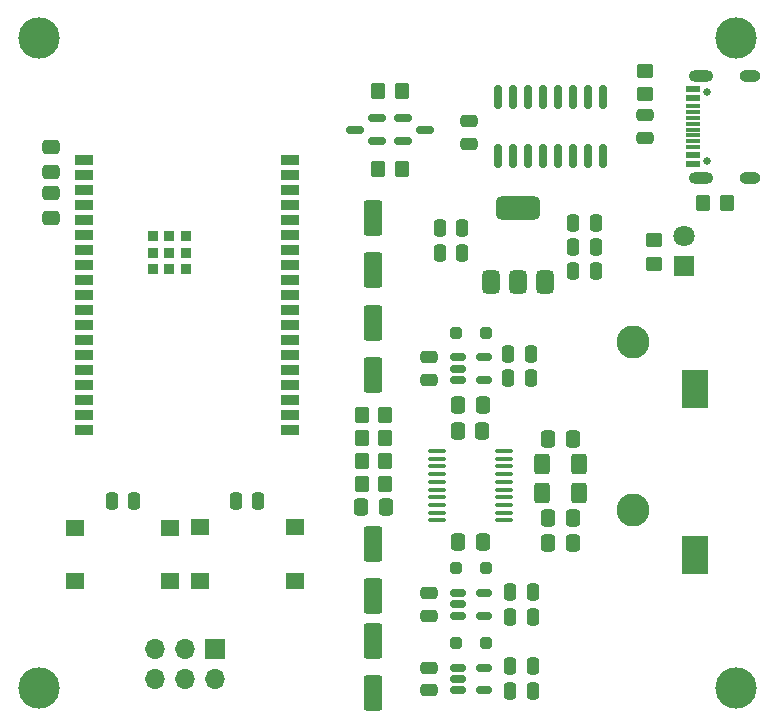
<source format=gbr>
%TF.GenerationSoftware,KiCad,Pcbnew,8.0.0*%
%TF.CreationDate,2024-06-17T16:53:13+02:00*%
%TF.ProjectId,Lucaudio_esp32,4c756361-7564-4696-9f5f-65737033322e,rev?*%
%TF.SameCoordinates,Original*%
%TF.FileFunction,Soldermask,Top*%
%TF.FilePolarity,Negative*%
%FSLAX46Y46*%
G04 Gerber Fmt 4.6, Leading zero omitted, Abs format (unit mm)*
G04 Created by KiCad (PCBNEW 8.0.0) date 2024-06-17 16:53:13*
%MOMM*%
%LPD*%
G01*
G04 APERTURE LIST*
G04 Aperture macros list*
%AMRoundRect*
0 Rectangle with rounded corners*
0 $1 Rounding radius*
0 $2 $3 $4 $5 $6 $7 $8 $9 X,Y pos of 4 corners*
0 Add a 4 corners polygon primitive as box body*
4,1,4,$2,$3,$4,$5,$6,$7,$8,$9,$2,$3,0*
0 Add four circle primitives for the rounded corners*
1,1,$1+$1,$2,$3*
1,1,$1+$1,$4,$5*
1,1,$1+$1,$6,$7*
1,1,$1+$1,$8,$9*
0 Add four rect primitives between the rounded corners*
20,1,$1+$1,$2,$3,$4,$5,0*
20,1,$1+$1,$4,$5,$6,$7,0*
20,1,$1+$1,$6,$7,$8,$9,0*
20,1,$1+$1,$8,$9,$2,$3,0*%
G04 Aperture macros list end*
%ADD10RoundRect,0.250000X-0.337500X-0.475000X0.337500X-0.475000X0.337500X0.475000X-0.337500X0.475000X0*%
%ADD11RoundRect,0.250000X-0.250000X-0.475000X0.250000X-0.475000X0.250000X0.475000X-0.250000X0.475000X0*%
%ADD12RoundRect,0.250000X0.337500X0.475000X-0.337500X0.475000X-0.337500X-0.475000X0.337500X-0.475000X0*%
%ADD13C,2.800000*%
%ADD14R,2.200000X3.200000*%
%ADD15RoundRect,0.250000X-0.475000X0.250000X-0.475000X-0.250000X0.475000X-0.250000X0.475000X0.250000X0*%
%ADD16R,1.500000X0.900000*%
%ADD17R,0.900000X0.900000*%
%ADD18RoundRect,0.250000X-0.250000X-0.250000X0.250000X-0.250000X0.250000X0.250000X-0.250000X0.250000X0*%
%ADD19RoundRect,0.250000X-0.350000X-0.450000X0.350000X-0.450000X0.350000X0.450000X-0.350000X0.450000X0*%
%ADD20RoundRect,0.250000X0.475000X-0.250000X0.475000X0.250000X-0.475000X0.250000X-0.475000X-0.250000X0*%
%ADD21RoundRect,0.150000X-0.512500X-0.150000X0.512500X-0.150000X0.512500X0.150000X-0.512500X0.150000X0*%
%ADD22RoundRect,0.250000X-0.450000X0.350000X-0.450000X-0.350000X0.450000X-0.350000X0.450000X0.350000X0*%
%ADD23RoundRect,0.250000X0.475000X-0.337500X0.475000X0.337500X-0.475000X0.337500X-0.475000X-0.337500X0*%
%ADD24RoundRect,0.375000X0.375000X-0.625000X0.375000X0.625000X-0.375000X0.625000X-0.375000X-0.625000X0*%
%ADD25RoundRect,0.500000X1.400000X-0.500000X1.400000X0.500000X-1.400000X0.500000X-1.400000X-0.500000X0*%
%ADD26RoundRect,0.250000X-0.550000X1.250000X-0.550000X-1.250000X0.550000X-1.250000X0.550000X1.250000X0*%
%ADD27C,3.500000*%
%ADD28RoundRect,0.250000X0.250000X0.475000X-0.250000X0.475000X-0.250000X-0.475000X0.250000X-0.475000X0*%
%ADD29RoundRect,0.150000X0.587500X0.150000X-0.587500X0.150000X-0.587500X-0.150000X0.587500X-0.150000X0*%
%ADD30RoundRect,0.250000X-0.400000X-0.625000X0.400000X-0.625000X0.400000X0.625000X-0.400000X0.625000X0*%
%ADD31RoundRect,0.150000X-0.587500X-0.150000X0.587500X-0.150000X0.587500X0.150000X-0.587500X0.150000X0*%
%ADD32R,1.700000X1.700000*%
%ADD33O,1.700000X1.700000*%
%ADD34O,1.800000X1.000000*%
%ADD35O,2.100000X1.000000*%
%ADD36R,1.240000X0.600000*%
%ADD37R,1.240000X0.300000*%
%ADD38C,0.650000*%
%ADD39R,1.600000X1.400000*%
%ADD40RoundRect,0.250000X0.450000X-0.350000X0.450000X0.350000X-0.450000X0.350000X-0.450000X-0.350000X0*%
%ADD41RoundRect,0.250000X-0.475000X0.337500X-0.475000X-0.337500X0.475000X-0.337500X0.475000X0.337500X0*%
%ADD42RoundRect,0.250000X0.350000X0.450000X-0.350000X0.450000X-0.350000X-0.450000X0.350000X-0.450000X0*%
%ADD43RoundRect,0.150000X-0.150000X0.825000X-0.150000X-0.825000X0.150000X-0.825000X0.150000X0.825000X0*%
%ADD44RoundRect,0.100000X0.637500X0.100000X-0.637500X0.100000X-0.637500X-0.100000X0.637500X-0.100000X0*%
%ADD45R,1.800000X1.800000*%
%ADD46C,1.800000*%
G04 APERTURE END LIST*
D10*
%TO.C,C31*%
X148085900Y-109169200D03*
X150160900Y-109169200D03*
%TD*%
D11*
%TO.C,C17*%
X138927800Y-86715600D03*
X140827800Y-86715600D03*
%TD*%
D12*
%TO.C,C26*%
X134336700Y-108204000D03*
X132261700Y-108204000D03*
%TD*%
D13*
%TO.C,J3*%
X155250000Y-94250000D03*
X155250000Y-108500000D03*
D14*
X160500000Y-112250000D03*
X160500000Y-98250000D03*
%TD*%
D15*
%TO.C,C7*%
X137998200Y-95530500D03*
X137998200Y-97430500D03*
%TD*%
D11*
%TO.C,C14*%
X150230800Y-88265000D03*
X152130800Y-88265000D03*
%TD*%
D16*
%TO.C,U1*%
X108750400Y-78867000D03*
X108750400Y-80137000D03*
X108750400Y-81407000D03*
X108750400Y-82677000D03*
X108750400Y-83947000D03*
X108750400Y-85217000D03*
X108750400Y-86487000D03*
X108750400Y-87757000D03*
X108750400Y-89027000D03*
X108750400Y-90297000D03*
X108750400Y-91567000D03*
X108750400Y-92837000D03*
X108750400Y-94107000D03*
X108750400Y-95377000D03*
X108750400Y-96647000D03*
X108750400Y-97917000D03*
X108750400Y-99187000D03*
X108750400Y-100457000D03*
X108750400Y-101727000D03*
X126250400Y-101727000D03*
X126250400Y-100457000D03*
X126250400Y-99187000D03*
X126250400Y-97917000D03*
X126250400Y-96647000D03*
X126250400Y-95377000D03*
X126250400Y-94107000D03*
X126250400Y-92837000D03*
X126250400Y-91567000D03*
X126250400Y-90297000D03*
X126250400Y-89027000D03*
X126250400Y-87757000D03*
X126250400Y-86487000D03*
X126250400Y-85217000D03*
X126250400Y-83947000D03*
X126250400Y-82677000D03*
X126250400Y-81407000D03*
X126250400Y-80137000D03*
X126250400Y-78867000D03*
D17*
X114595400Y-85262000D03*
X114600400Y-86662000D03*
X114600400Y-88062000D03*
X116000400Y-85262000D03*
X116000400Y-86662000D03*
X116000400Y-88062000D03*
X117400400Y-85262000D03*
X117400400Y-86662000D03*
X117400400Y-88062000D03*
%TD*%
D18*
%TO.C,D1*%
X140304200Y-93432500D03*
X142804200Y-93432500D03*
%TD*%
D19*
%TO.C,R3*%
X133709200Y-72950800D03*
X135709200Y-72950800D03*
%TD*%
D20*
%TO.C,C10*%
X156299200Y-76948800D03*
X156299200Y-75048800D03*
%TD*%
D21*
%TO.C,U7*%
X140416700Y-121833600D03*
X140416700Y-122783600D03*
X140416700Y-123733600D03*
X142691700Y-123733600D03*
X142691700Y-121833600D03*
%TD*%
D22*
%TO.C,R1*%
X156269500Y-71279700D03*
X156269500Y-73279700D03*
%TD*%
D23*
%TO.C,C19*%
X106019600Y-79828300D03*
X106019600Y-77753300D03*
%TD*%
D24*
%TO.C,U5*%
X143216600Y-89179800D03*
X145516600Y-89179800D03*
D25*
X145516600Y-82879800D03*
D24*
X147816600Y-89179800D03*
%TD*%
D11*
%TO.C,C6*%
X144896800Y-121700000D03*
X146796800Y-121700000D03*
%TD*%
D12*
%TO.C,C30*%
X150160900Y-102412800D03*
X148085900Y-102412800D03*
%TD*%
D26*
%TO.C,C25*%
X133273800Y-92643600D03*
X133273800Y-97043600D03*
%TD*%
D11*
%TO.C,C2*%
X144719000Y-95275400D03*
X146619000Y-95275400D03*
%TD*%
D27*
%TO.C,REF\u002A\u002A*%
X105000000Y-123500000D03*
%TD*%
D28*
%TO.C,C13*%
X123538700Y-107696000D03*
X121638700Y-107696000D03*
%TD*%
D29*
%TO.C,Q2*%
X133614700Y-77202800D03*
X133614700Y-75302800D03*
X131739700Y-76252800D03*
%TD*%
D30*
%TO.C,R11*%
X147573400Y-104597200D03*
X150673400Y-104597200D03*
%TD*%
D12*
%TO.C,C23*%
X142515500Y-101777800D03*
X140440500Y-101777800D03*
%TD*%
D31*
%TO.C,Q1*%
X135803700Y-75302800D03*
X135803700Y-77202800D03*
X137678700Y-76252800D03*
%TD*%
D32*
%TO.C,J2*%
X119847600Y-120213200D03*
D33*
X119847600Y-122753200D03*
X117307600Y-120213200D03*
X117307600Y-122753200D03*
X114767600Y-120213200D03*
X114767600Y-122753200D03*
%TD*%
D12*
%TO.C,C22*%
X150160900Y-111226600D03*
X148085900Y-111226600D03*
%TD*%
D26*
%TO.C,C21*%
X133248400Y-83728200D03*
X133248400Y-88128200D03*
%TD*%
D28*
%TO.C,C12*%
X113040200Y-107696000D03*
X111140200Y-107696000D03*
%TD*%
D11*
%TO.C,C5*%
X144896800Y-123800000D03*
X146796800Y-123800000D03*
%TD*%
D27*
%TO.C,REF\u002A\u002A*%
X164000000Y-123500000D03*
%TD*%
D11*
%TO.C,C16*%
X150230800Y-84175600D03*
X152130800Y-84175600D03*
%TD*%
D34*
%TO.C,J1*%
X165189200Y-71676800D03*
D35*
X160989200Y-71676800D03*
D34*
X165189200Y-80316800D03*
D35*
X160989200Y-80316800D03*
D36*
X160389200Y-79196800D03*
X160389200Y-78396800D03*
D37*
X160389200Y-77746800D03*
X160389200Y-76746800D03*
X160389200Y-75246800D03*
X160389200Y-74246800D03*
D36*
X160389200Y-73596800D03*
X160389200Y-72796800D03*
X160389200Y-72796800D03*
X160389200Y-73596800D03*
D37*
X160389200Y-74746800D03*
X160389200Y-75746800D03*
X160389200Y-76246800D03*
X160389200Y-77246800D03*
D36*
X160389200Y-78396800D03*
X160389200Y-79196800D03*
D38*
X161509200Y-73106800D03*
X161509200Y-78886800D03*
%TD*%
D19*
%TO.C,R9*%
X132299200Y-106222800D03*
X134299200Y-106222800D03*
%TD*%
D18*
%TO.C,D3*%
X140304200Y-119735600D03*
X142804200Y-119735600D03*
%TD*%
D39*
%TO.C,SW1*%
X116039400Y-114467200D03*
X108039400Y-114467200D03*
X116039400Y-109967200D03*
X108039400Y-109967200D03*
%TD*%
D15*
%TO.C,C8*%
X138023600Y-117409000D03*
X138023600Y-115509000D03*
%TD*%
D40*
%TO.C,R5*%
X157073600Y-87639400D03*
X157073600Y-85639400D03*
%TD*%
D27*
%TO.C,REF\u002A\u002A*%
X105000000Y-68500000D03*
%TD*%
D26*
%TO.C,C29*%
X133299200Y-119550000D03*
X133299200Y-123950000D03*
%TD*%
D12*
%TO.C,C28*%
X142540900Y-111150400D03*
X140465900Y-111150400D03*
%TD*%
D11*
%TO.C,C4*%
X144896800Y-115392200D03*
X146796800Y-115392200D03*
%TD*%
D19*
%TO.C,R7*%
X132299200Y-102362000D03*
X134299200Y-102362000D03*
%TD*%
D26*
%TO.C,C27*%
X133299200Y-111363400D03*
X133299200Y-115763400D03*
%TD*%
D30*
%TO.C,R10*%
X147573400Y-106984800D03*
X150673400Y-106984800D03*
%TD*%
D19*
%TO.C,R6*%
X132299200Y-104292400D03*
X134299200Y-104292400D03*
%TD*%
D11*
%TO.C,C18*%
X138927800Y-84607400D03*
X140827800Y-84607400D03*
%TD*%
D21*
%TO.C,U4*%
X140416700Y-95530500D03*
X140416700Y-96480500D03*
X140416700Y-97430500D03*
X142691700Y-97430500D03*
X142691700Y-95530500D03*
%TD*%
D11*
%TO.C,C15*%
X150230800Y-86207600D03*
X152130800Y-86207600D03*
%TD*%
D41*
%TO.C,C20*%
X106019600Y-81639500D03*
X106019600Y-83714500D03*
%TD*%
D42*
%TO.C,R2*%
X163204400Y-82499200D03*
X161204400Y-82499200D03*
%TD*%
D39*
%TO.C,SW2*%
X126614100Y-114441800D03*
X118614100Y-114441800D03*
X126614100Y-109941800D03*
X118614100Y-109941800D03*
%TD*%
D42*
%TO.C,R4*%
X135709200Y-79554800D03*
X133709200Y-79554800D03*
%TD*%
D15*
%TO.C,C9*%
X138023600Y-123733600D03*
X138023600Y-121833600D03*
%TD*%
D19*
%TO.C,R8*%
X132299200Y-100406200D03*
X134299200Y-100406200D03*
%TD*%
D43*
%TO.C,U3*%
X152730200Y-73521800D03*
X151460200Y-73521800D03*
X150190200Y-73521800D03*
X148920200Y-73521800D03*
X147650200Y-73521800D03*
X146380200Y-73521800D03*
X145110200Y-73521800D03*
X143840200Y-73521800D03*
X143840200Y-78471800D03*
X145110200Y-78471800D03*
X146380200Y-78471800D03*
X147650200Y-78471800D03*
X148920200Y-78471800D03*
X150190200Y-78471800D03*
X151460200Y-78471800D03*
X152730200Y-78471800D03*
%TD*%
D12*
%TO.C,C24*%
X142540900Y-99593400D03*
X140465900Y-99593400D03*
%TD*%
D11*
%TO.C,C1*%
X144719000Y-97300000D03*
X146619000Y-97300000D03*
%TD*%
%TO.C,C3*%
X144896800Y-117500400D03*
X146796800Y-117500400D03*
%TD*%
D15*
%TO.C,C11*%
X141427200Y-75554800D03*
X141427200Y-77454800D03*
%TD*%
D18*
%TO.C,D2*%
X140304200Y-113411000D03*
X142804200Y-113411000D03*
%TD*%
D44*
%TO.C,U2*%
X144381600Y-109325600D03*
X144381600Y-108675600D03*
X144381600Y-108025600D03*
X144381600Y-107375600D03*
X144381600Y-106725600D03*
X144381600Y-106075600D03*
X144381600Y-105425600D03*
X144381600Y-104775600D03*
X144381600Y-104125600D03*
X144381600Y-103475600D03*
X138656600Y-103475600D03*
X138656600Y-104125600D03*
X138656600Y-104775600D03*
X138656600Y-105425600D03*
X138656600Y-106075600D03*
X138656600Y-106725600D03*
X138656600Y-107375600D03*
X138656600Y-108025600D03*
X138656600Y-108675600D03*
X138656600Y-109325600D03*
%TD*%
D45*
%TO.C,LED1*%
X159623400Y-87787800D03*
D46*
X159623400Y-85247800D03*
%TD*%
D27*
%TO.C,REF\u002A\u002A*%
X164000000Y-68500000D03*
%TD*%
D21*
%TO.C,U6*%
X140416700Y-115509000D03*
X140416700Y-116459000D03*
X140416700Y-117409000D03*
X142691700Y-117409000D03*
X142691700Y-115509000D03*
%TD*%
M02*

</source>
